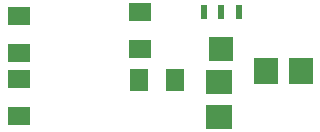
<source format=gbp>
G04 MADE WITH FRITZING*
G04 WWW.FRITZING.ORG*
G04 SINGLE SIDED*
G04 HOLES NOT PLATED*
G04 CONTOUR ON CENTER OF CONTOUR VECTOR*
%ASAXBY*%
%FSLAX23Y23*%
%MOIN*%
%OFA0B0*%
%SFA1.0B1.0*%
%ADD10R,0.022835X0.047244*%
%ADD11R,0.078740X0.078740*%
%ADD12R,0.074803X0.062992*%
%ADD13R,0.086615X0.078740*%
%ADD14R,0.078740X0.086615*%
%ADD15R,0.062992X0.074803*%
%ADD16R,0.001000X0.001000*%
%LNPASTEMASK0*%
G90*
G70*
G54D10*
X781Y532D03*
X840Y532D03*
X899Y532D03*
G54D11*
X840Y410D03*
G54D12*
X165Y396D03*
X165Y519D03*
X166Y309D03*
X166Y187D03*
X568Y532D03*
X568Y410D03*
G54D13*
X832Y300D03*
X832Y182D03*
G54D14*
X1106Y334D03*
X988Y334D03*
G54D15*
X565Y304D03*
X687Y304D03*
G54D16*
D02*
G04 End of PasteMask0*
M02*
</source>
